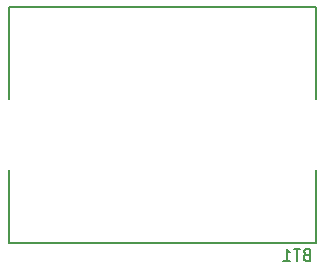
<source format=gbo>
G04 #@! TF.FileFunction,Legend,Bot*
%FSLAX46Y46*%
G04 Gerber Fmt 4.6, Leading zero omitted, Abs format (unit mm)*
G04 Created by KiCad (PCBNEW 4.0.1-stable) date 2017 February 12, Sunday 16:29:12*
%MOMM*%
G01*
G04 APERTURE LIST*
%ADD10C,0.100000*%
%ADD11C,0.150000*%
%ADD12R,5.900000X5.900000*%
%ADD13R,4.400000X4.400000*%
G04 APERTURE END LIST*
D10*
D11*
X158196000Y-88160000D02*
X184196000Y-88160000D01*
X158196000Y-108160000D02*
X184196000Y-108160000D01*
X184196000Y-108160000D02*
X184196000Y-88160000D01*
X158196000Y-88160000D02*
X158196000Y-108160000D01*
X183411714Y-109148571D02*
X183268857Y-109196190D01*
X183221238Y-109243810D01*
X183173619Y-109339048D01*
X183173619Y-109481905D01*
X183221238Y-109577143D01*
X183268857Y-109624762D01*
X183364095Y-109672381D01*
X183745048Y-109672381D01*
X183745048Y-108672381D01*
X183411714Y-108672381D01*
X183316476Y-108720000D01*
X183268857Y-108767619D01*
X183221238Y-108862857D01*
X183221238Y-108958095D01*
X183268857Y-109053333D01*
X183316476Y-109100952D01*
X183411714Y-109148571D01*
X183745048Y-109148571D01*
X182887905Y-108672381D02*
X182316476Y-108672381D01*
X182602191Y-109672381D02*
X182602191Y-108672381D01*
X181459333Y-109672381D02*
X182030762Y-109672381D01*
X181745048Y-109672381D02*
X181745048Y-108672381D01*
X181840286Y-108815238D01*
X181935524Y-108910476D01*
X182030762Y-108958095D01*
%LPC*%
D12*
X183996000Y-99060000D03*
D13*
X171196000Y-99060000D03*
D12*
X158396000Y-99060000D03*
M02*

</source>
